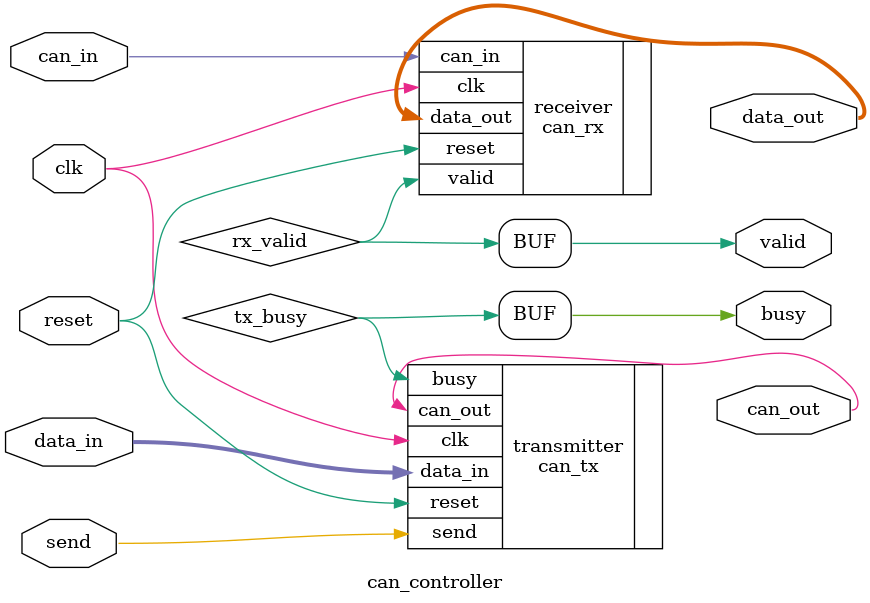
<source format=v>
module can_controller (
    input wire clk,
    input wire reset,
    input wire [7:0] data_in,
    input wire send,
    input wire can_in,
    output wire can_out,
    output wire [7:0] data_out,
    output wire valid,
    output wire busy
);
    wire tx_busy;
    wire rx_valid;

    can_tx transmitter (
        .clk(clk),
        .reset(reset),
        .data_in(data_in),
        .send(send),
        .can_out(can_out),
        .busy(tx_busy)
    );

    can_rx receiver (
        .clk(clk),
        .reset(reset),
        .can_in(can_in),
        .data_out(data_out),
        .valid(rx_valid)
    );

    assign valid = rx_valid;
    assign busy = tx_busy;
endmodule


</source>
